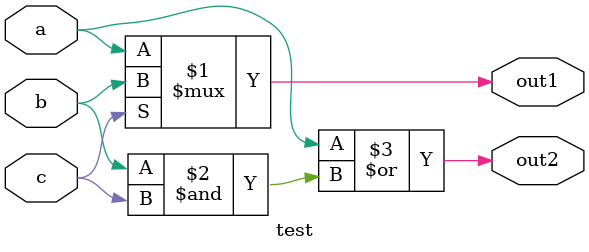
<source format=v>
module test (
    a,
    b,
    c,
    out1,
    out2
);
  input wire a;
  input wire b;
  input wire c;
  output wire out1;
  output wire out2;
  assign out1 = c ? b : a;
  assign out2 = a | (b & c);
endmodule

</source>
